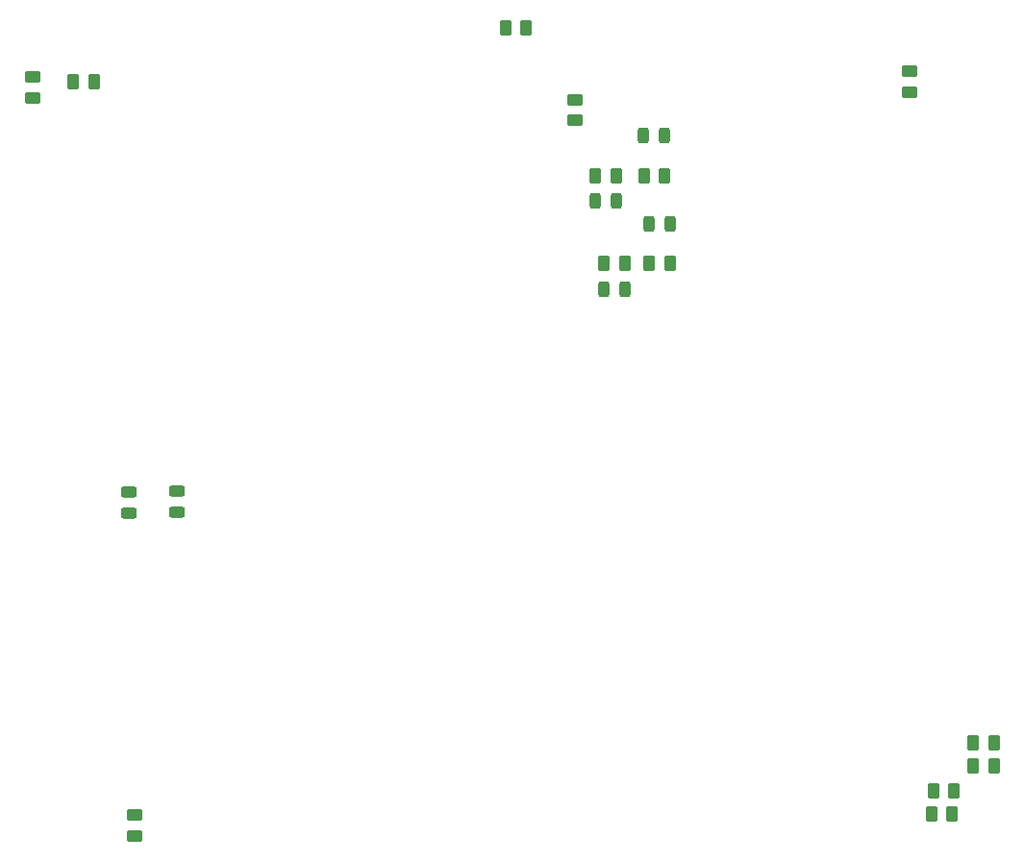
<source format=gbr>
%TF.GenerationSoftware,KiCad,Pcbnew,8.0.5*%
%TF.CreationDate,2024-11-19T23:46:24+01:00*%
%TF.ProjectId,esp32-with-gsm,65737033-322d-4776-9974-682d67736d2e,rev?*%
%TF.SameCoordinates,Original*%
%TF.FileFunction,Paste,Top*%
%TF.FilePolarity,Positive*%
%FSLAX46Y46*%
G04 Gerber Fmt 4.6, Leading zero omitted, Abs format (unit mm)*
G04 Created by KiCad (PCBNEW 8.0.5) date 2024-11-19 23:46:24*
%MOMM*%
%LPD*%
G01*
G04 APERTURE LIST*
G04 Aperture macros list*
%AMRoundRect*
0 Rectangle with rounded corners*
0 $1 Rounding radius*
0 $2 $3 $4 $5 $6 $7 $8 $9 X,Y pos of 4 corners*
0 Add a 4 corners polygon primitive as box body*
4,1,4,$2,$3,$4,$5,$6,$7,$8,$9,$2,$3,0*
0 Add four circle primitives for the rounded corners*
1,1,$1+$1,$2,$3*
1,1,$1+$1,$4,$5*
1,1,$1+$1,$6,$7*
1,1,$1+$1,$8,$9*
0 Add four rect primitives between the rounded corners*
20,1,$1+$1,$2,$3,$4,$5,0*
20,1,$1+$1,$4,$5,$6,$7,0*
20,1,$1+$1,$6,$7,$8,$9,0*
20,1,$1+$1,$8,$9,$2,$3,0*%
G04 Aperture macros list end*
%ADD10RoundRect,0.243750X0.243750X0.456250X-0.243750X0.456250X-0.243750X-0.456250X0.243750X-0.456250X0*%
%ADD11RoundRect,0.243750X0.456250X-0.243750X0.456250X0.243750X-0.456250X0.243750X-0.456250X-0.243750X0*%
%ADD12RoundRect,0.250000X0.450000X-0.262500X0.450000X0.262500X-0.450000X0.262500X-0.450000X-0.262500X0*%
%ADD13RoundRect,0.250000X0.262500X0.450000X-0.262500X0.450000X-0.262500X-0.450000X0.262500X-0.450000X0*%
%ADD14RoundRect,0.250000X-0.450000X0.262500X-0.450000X-0.262500X0.450000X-0.262500X0.450000X0.262500X0*%
%ADD15RoundRect,0.250000X-0.262500X-0.450000X0.262500X-0.450000X0.262500X0.450000X-0.262500X0.450000X0*%
G04 APERTURE END LIST*
D10*
%TO.C,D7*%
X163187500Y-70750000D03*
X161312500Y-70750000D03*
%TD*%
%TO.C,D6*%
X159187500Y-76500000D03*
X157312500Y-76500000D03*
%TD*%
%TO.C,D5*%
X162687500Y-63000000D03*
X160812500Y-63000000D03*
%TD*%
%TO.C,D4*%
X158437500Y-68750000D03*
X156562500Y-68750000D03*
%TD*%
D11*
%TO.C,D2*%
X119750000Y-94312500D03*
X119750000Y-96187500D03*
%TD*%
%TO.C,D1*%
X115500000Y-96250000D03*
X115500000Y-94375000D03*
%TD*%
D12*
%TO.C,R3*%
X184250000Y-57337500D03*
X184250000Y-59162500D03*
%TD*%
D13*
%TO.C,R5*%
X162662500Y-66500000D03*
X160837500Y-66500000D03*
%TD*%
D14*
%TO.C,R4*%
X116000000Y-122837500D03*
X116000000Y-124662500D03*
%TD*%
D13*
%TO.C,R15*%
X112412500Y-58250000D03*
X110587500Y-58250000D03*
%TD*%
D14*
%TO.C,R16*%
X107000000Y-57837500D03*
X107000000Y-59662500D03*
%TD*%
D15*
%TO.C,R7*%
X189837500Y-116500000D03*
X191662500Y-116500000D03*
%TD*%
D13*
%TO.C,R14*%
X148675000Y-53500000D03*
X150500000Y-53500000D03*
%TD*%
%TO.C,R8*%
X191662500Y-118500000D03*
X189837500Y-118500000D03*
%TD*%
D12*
%TO.C,R13*%
X154750000Y-59837500D03*
X154750000Y-61662500D03*
%TD*%
D13*
%TO.C,R9*%
X163162500Y-74250000D03*
X161337500Y-74250000D03*
%TD*%
D15*
%TO.C,R11*%
X186337500Y-120750000D03*
X188162500Y-120750000D03*
%TD*%
%TO.C,R10*%
X157337500Y-74250000D03*
X159162500Y-74250000D03*
%TD*%
%TO.C,R6*%
X156587500Y-66500000D03*
X158412500Y-66500000D03*
%TD*%
D13*
%TO.C,R12*%
X188000000Y-122750000D03*
X186175000Y-122750000D03*
%TD*%
M02*

</source>
